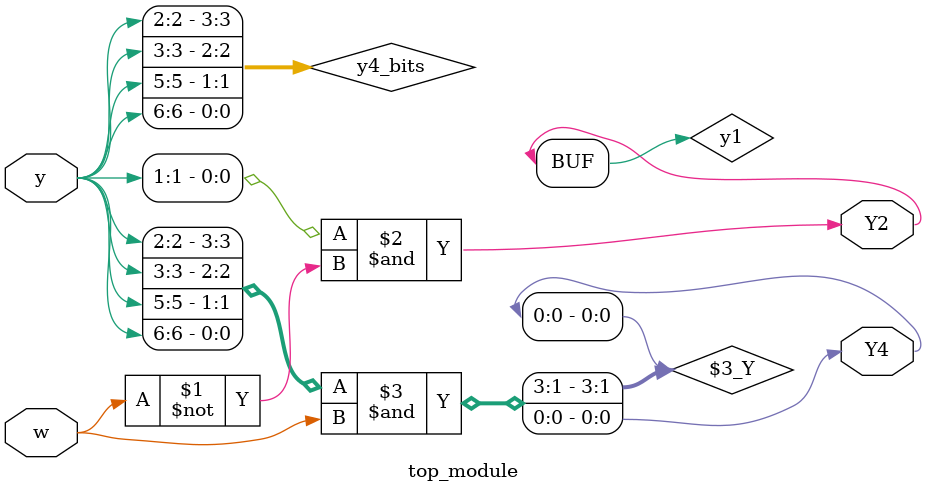
<source format=sv>
module top_module (
	input [6:1] y,
	input w,
	output Y2,
	output Y4
);
	wire y1;
	wire [3:0] y4_bits;
	
	assign y1 = y[1] & ~w;
	assign y4_bits = {y[2], y[3], y[5], y[6]};
	assign Y2 = y1;
	assign Y4 = y4_bits & w;
endmodule

</source>
